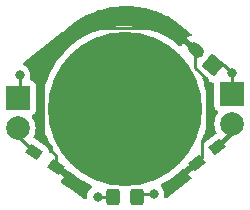
<source format=gbr>
%TF.GenerationSoftware,KiCad,Pcbnew,7.0.8*%
%TF.CreationDate,2023-11-03T07:12:53-06:00*%
%TF.ProjectId,Pinecil_LEDring,50696e65-6369-46c5-9f4c-454472696e67,rev?*%
%TF.SameCoordinates,Original*%
%TF.FileFunction,Copper,L2,Bot*%
%TF.FilePolarity,Positive*%
%FSLAX46Y46*%
G04 Gerber Fmt 4.6, Leading zero omitted, Abs format (unit mm)*
G04 Created by KiCad (PCBNEW 7.0.8) date 2023-11-03 07:12:53*
%MOMM*%
%LPD*%
G01*
G04 APERTURE LIST*
G04 Aperture macros list*
%AMRoundRect*
0 Rectangle with rounded corners*
0 $1 Rounding radius*
0 $2 $3 $4 $5 $6 $7 $8 $9 X,Y pos of 4 corners*
0 Add a 4 corners polygon primitive as box body*
4,1,4,$2,$3,$4,$5,$6,$7,$8,$9,$2,$3,0*
0 Add four circle primitives for the rounded corners*
1,1,$1+$1,$2,$3*
1,1,$1+$1,$4,$5*
1,1,$1+$1,$6,$7*
1,1,$1+$1,$8,$9*
0 Add four rect primitives between the rounded corners*
20,1,$1+$1,$2,$3,$4,$5,0*
20,1,$1+$1,$4,$5,$6,$7,0*
20,1,$1+$1,$6,$7,$8,$9,0*
20,1,$1+$1,$8,$9,$2,$3,0*%
%AMHorizOval*
0 Thick line with rounded ends*
0 $1 width*
0 $2 $3 position (X,Y) of the first rounded end (center of the circle)*
0 $4 $5 position (X,Y) of the second rounded end (center of the circle)*
0 Add line between two ends*
20,1,$1,$2,$3,$4,$5,0*
0 Add two circle primitives to create the rounded ends*
1,1,$1,$2,$3*
1,1,$1,$4,$5*%
%AMRotRect*
0 Rectangle, with rotation*
0 The origin of the aperture is its center*
0 $1 length*
0 $2 width*
0 $3 Rotation angle, in degrees counterclockwise*
0 Add horizontal line*
21,1,$1,$2,0,0,$3*%
G04 Aperture macros list end*
%TA.AperFunction,ComponentPad*%
%ADD10R,2.000000X2.000000*%
%TD*%
%TA.AperFunction,ComponentPad*%
%ADD11C,2.000000*%
%TD*%
%TA.AperFunction,ComponentPad*%
%ADD12C,13.060000*%
%TD*%
%TA.AperFunction,ComponentPad*%
%ADD13RotRect,1.400000X1.400000X230.000000*%
%TD*%
%TA.AperFunction,ComponentPad*%
%ADD14HorizOval,1.000000X-0.191511X0.160697X0.191511X-0.160697X0*%
%TD*%
%TA.AperFunction,SMDPad,CuDef*%
%ADD15RotRect,1.200000X0.900000X38.000000*%
%TD*%
%TA.AperFunction,SMDPad,CuDef*%
%ADD16RoundRect,0.250000X0.325000X0.450000X-0.325000X0.450000X-0.325000X-0.450000X0.325000X-0.450000X0*%
%TD*%
%TA.AperFunction,SMDPad,CuDef*%
%ADD17RotRect,1.200000X0.900000X146.000000*%
%TD*%
%TA.AperFunction,ViaPad*%
%ADD18C,0.800000*%
%TD*%
%TA.AperFunction,Conductor*%
%ADD19C,0.250000*%
%TD*%
%TA.AperFunction,Conductor*%
%ADD20C,0.400000*%
%TD*%
G04 APERTURE END LIST*
D10*
%TO.P,D1,1,K*%
%TO.N,GND*%
X155058300Y-95758000D03*
D11*
%TO.P,D1,2,A*%
%TO.N,Net-(D1-Pad2)*%
X155058300Y-98298000D03*
%TD*%
D12*
%TO.P,Pinecil LED Ring,Hole*%
%TO.N,N/C*%
X145975168Y-97042345D03*
%TD*%
D10*
%TO.P,D2,1,K*%
%TO.N,GND*%
X136897600Y-96113600D03*
D11*
%TO.P,D2,2,A*%
%TO.N,Net-(D2-Pad2)*%
X136897600Y-98653600D03*
%TD*%
D13*
%TO.P,REF\u002A\u002A,1*%
%TO.N,GND*%
X153402716Y-93331603D03*
D14*
%TO.P,REF\u002A\u002A,2*%
%TO.N,+5V*%
X151953467Y-92016067D03*
%TD*%
D15*
%TO.P,R1,1*%
%TO.N,+5V*%
X152041188Y-101642228D03*
%TO.P,R1,2*%
%TO.N,Net-(D1-Pad2)*%
X153774812Y-100287772D03*
%TD*%
D16*
%TO.P,D4,1,K*%
%TO.N,GND*%
X147005000Y-104460000D03*
%TO.P,D4,2,A*%
%TO.N,Net-(D4-Pad2)*%
X144955000Y-104460000D03*
%TD*%
D17*
%TO.P,R2,1*%
%TO.N,+5V*%
X140103941Y-101910312D03*
%TO.P,R2,2*%
%TO.N,Net-(D2-Pad2)*%
X138280059Y-100680088D03*
%TD*%
D18*
%TO.N,GND*%
X148400000Y-104260000D03*
X137050000Y-94150000D03*
X155000000Y-94000000D03*
%TO.N,+5V*%
X139040000Y-99540000D03*
%TO.N,Net-(D4-Pad2)*%
X143650000Y-104450000D03*
%TD*%
D19*
%TO.N,GND*%
X137050000Y-94150000D02*
X137050000Y-95961200D01*
X154331603Y-93331603D02*
X155000000Y-94000000D01*
X147205000Y-104260000D02*
X147005000Y-104460000D01*
X155000000Y-94000000D02*
X155000000Y-95699700D01*
X155000000Y-95699700D02*
X155058300Y-95758000D01*
X148400000Y-104260000D02*
X147205000Y-104260000D01*
X137050000Y-95961200D02*
X136897600Y-96113600D01*
X153402716Y-93331603D02*
X154331603Y-93331603D01*
D20*
%TO.N,Net-(D1-Pad2)*%
X153774812Y-100287772D02*
X155058300Y-99004284D01*
D19*
X155058300Y-99004284D02*
X155058300Y-98298000D01*
%TO.N,Net-(D2-Pad2)*%
X136897600Y-99297629D02*
X136897600Y-98653600D01*
X138280059Y-100680088D02*
X136897600Y-99297629D01*
%TO.N,+5V*%
X139700000Y-100558600D02*
X139700000Y-100200000D01*
X139700000Y-100200000D02*
X139040000Y-99540000D01*
X139040000Y-93598600D02*
X139040000Y-99540000D01*
X152470000Y-99900000D02*
X152470000Y-101210000D01*
X151920813Y-92054982D02*
X151920813Y-93520813D01*
X152930000Y-99440000D02*
X152470000Y-99900000D01*
X140103941Y-100962541D02*
X139700000Y-100558600D01*
X152930000Y-94530000D02*
X152930000Y-99440000D01*
X150008176Y-90142345D02*
X142496255Y-90142345D01*
X142496255Y-90142345D02*
X139040000Y-93598600D01*
X140103941Y-101910312D02*
X140103941Y-100962541D01*
X151920813Y-93520813D02*
X152930000Y-94530000D01*
X151920813Y-92054982D02*
X150008176Y-90142345D01*
X140103941Y-101910312D02*
X141271815Y-103078185D01*
%TO.N,Net-(D4-Pad2)*%
X144945000Y-104450000D02*
X144955000Y-104460000D01*
X143650000Y-104450000D02*
X144945000Y-104450000D01*
%TD*%
%TA.AperFunction,Conductor*%
%TO.N,+5V*%
G36*
X140139858Y-101628159D02*
G01*
X141164550Y-102319321D01*
X141188676Y-102314631D01*
X141195839Y-102308698D01*
X141266320Y-102300155D01*
X141327813Y-102328939D01*
X141483005Y-102462492D01*
X141583659Y-102549112D01*
X142007466Y-102861897D01*
X142453447Y-103142125D01*
X142453448Y-103142126D01*
X142453451Y-103142128D01*
X142453455Y-103142130D01*
X142488018Y-103160397D01*
X142919143Y-103388254D01*
X142919143Y-103388253D01*
X143121367Y-103476482D01*
X143175805Y-103522056D01*
X143196963Y-103589827D01*
X143178122Y-103658278D01*
X143145043Y-103693905D01*
X143038742Y-103771137D01*
X142910965Y-103913048D01*
X142910958Y-103913058D01*
X142815476Y-104078438D01*
X142815473Y-104078445D01*
X142756457Y-104260072D01*
X142736496Y-104450000D01*
X142741735Y-104499850D01*
X142728962Y-104569688D01*
X142680460Y-104621534D01*
X142611627Y-104638928D01*
X142545702Y-104617299D01*
X141507300Y-103913048D01*
X140582274Y-103285689D01*
X140537124Y-103230900D01*
X140528762Y-103160397D01*
X140559845Y-103096566D01*
X140579748Y-103078890D01*
X140704478Y-102989771D01*
X140704481Y-102989768D01*
X140743710Y-102943243D01*
X140880479Y-102740473D01*
X139855789Y-102049311D01*
X139810499Y-101994636D01*
X139801959Y-101924155D01*
X139821788Y-101874394D01*
X139964941Y-101662160D01*
X140019616Y-101616870D01*
X140090097Y-101608330D01*
X140139858Y-101628159D01*
G37*
%TD.AperFunction*%
%TA.AperFunction,Conductor*%
G36*
X152121340Y-101350747D02*
G01*
X152162537Y-101384982D01*
X152320148Y-101586714D01*
X152346326Y-101652709D01*
X152332669Y-101722379D01*
X152298432Y-101763577D01*
X151324450Y-102524534D01*
X151324450Y-102524535D01*
X151475030Y-102717269D01*
X151475043Y-102717284D01*
X151517408Y-102760945D01*
X151552668Y-102782591D01*
X151600258Y-102835277D01*
X151611809Y-102905327D01*
X151583654Y-102970503D01*
X151563109Y-102990196D01*
X149494937Y-104565947D01*
X149428630Y-104591321D01*
X149359130Y-104576819D01*
X149308504Y-104527044D01*
X149292825Y-104457800D01*
X149293266Y-104452553D01*
X149293542Y-104449928D01*
X149313504Y-104260000D01*
X149293542Y-104070072D01*
X149234527Y-103888444D01*
X149139040Y-103723056D01*
X149139038Y-103723054D01*
X149139034Y-103723048D01*
X149008200Y-103577742D01*
X148977482Y-103513735D01*
X148986247Y-103443281D01*
X149031710Y-103388750D01*
X149042937Y-103382046D01*
X149496880Y-103142130D01*
X149496883Y-103142128D01*
X149496887Y-103142126D01*
X149496888Y-103142125D01*
X149942870Y-102861897D01*
X150366677Y-102549112D01*
X150487584Y-102445062D01*
X150765914Y-102205541D01*
X150838855Y-102132599D01*
X150901165Y-102098576D01*
X150971981Y-102103640D01*
X150997739Y-102122511D01*
X151011693Y-102124224D01*
X151985675Y-101363267D01*
X152051669Y-101337089D01*
X152121340Y-101350747D01*
G37*
%TD.AperFunction*%
%TA.AperFunction,Conductor*%
G36*
X146380299Y-88326524D02*
G01*
X146643424Y-88343336D01*
X146923397Y-88370156D01*
X147184569Y-88406218D01*
X147460642Y-88452349D01*
X147463348Y-88452865D01*
X147719819Y-88507693D01*
X147991864Y-88573010D01*
X147994768Y-88573782D01*
X148246414Y-88647238D01*
X148513151Y-88731418D01*
X148516215Y-88732474D01*
X148586258Y-88758631D01*
X148761560Y-88824099D01*
X149021785Y-88926759D01*
X149024936Y-88928103D01*
X149262676Y-89037372D01*
X149443587Y-89123833D01*
X149515142Y-89158031D01*
X149518414Y-89159714D01*
X149587703Y-89197947D01*
X149747062Y-89285880D01*
X149990730Y-89424069D01*
X149994024Y-89426074D01*
X150212173Y-89568258D01*
X150228494Y-89579090D01*
X150446034Y-89723476D01*
X150449375Y-89725852D01*
X150655222Y-89882672D01*
X150878780Y-90054757D01*
X150882103Y-90057501D01*
X151069522Y-90223353D01*
X151280652Y-90410814D01*
X151283891Y-90414019D01*
X151286273Y-90416023D01*
X151302177Y-90431178D01*
X151309127Y-90433037D01*
X151318677Y-90439468D01*
X151381133Y-90485806D01*
X151596422Y-90645537D01*
X151639211Y-90702190D01*
X151644579Y-90772983D01*
X151610821Y-90835441D01*
X151548655Y-90869732D01*
X151544577Y-90870567D01*
X151478523Y-90882958D01*
X151478520Y-90882959D01*
X151294265Y-90956935D01*
X151294257Y-90956939D01*
X151177328Y-91033235D01*
X151879868Y-91622737D01*
X151828319Y-91630902D01*
X151715422Y-91688426D01*
X151625826Y-91778022D01*
X151568302Y-91890919D01*
X151549634Y-92008785D01*
X150850792Y-91422387D01*
X150795960Y-91550785D01*
X150795956Y-91550800D01*
X150776764Y-91642071D01*
X150743173Y-91704618D01*
X150681098Y-91739075D01*
X150610249Y-91734501D01*
X150571273Y-91711647D01*
X150366677Y-91535578D01*
X149942870Y-91222793D01*
X149496889Y-90942565D01*
X149496888Y-90942564D01*
X149496884Y-90942561D01*
X149496881Y-90942560D01*
X149176026Y-90772983D01*
X149031193Y-90696436D01*
X148665614Y-90536937D01*
X148548420Y-90485806D01*
X148341176Y-90413288D01*
X148051258Y-90311841D01*
X148051257Y-90311841D01*
X148051254Y-90311840D01*
X147821057Y-90250158D01*
X147820953Y-90250095D01*
X147820660Y-90250052D01*
X147819952Y-90249862D01*
X147818322Y-90249419D01*
X147818312Y-90249416D01*
X147818122Y-90249372D01*
X147741377Y-90228808D01*
X147542488Y-90175515D01*
X147542487Y-90175515D01*
X147542481Y-90175514D01*
X147542478Y-90175513D01*
X147299914Y-90129617D01*
X147299344Y-90129486D01*
X147299321Y-90129482D01*
X147299293Y-90129476D01*
X147298637Y-90129375D01*
X147161916Y-90103506D01*
X147024941Y-90077589D01*
X146905215Y-90064099D01*
X146773560Y-90049265D01*
X146772689Y-90049133D01*
X146772686Y-90049132D01*
X146772668Y-90049130D01*
X146771737Y-90049060D01*
X146501527Y-90018615D01*
X146242598Y-90008926D01*
X146241526Y-90008845D01*
X146241517Y-90008845D01*
X146240417Y-90008845D01*
X145975168Y-89998920D01*
X145448809Y-90018615D01*
X144925408Y-90077588D01*
X144925406Y-90077588D01*
X144925400Y-90077589D01*
X144407858Y-90175513D01*
X144407856Y-90175513D01*
X144407848Y-90175515D01*
X143899444Y-90311743D01*
X143899082Y-90311840D01*
X143401916Y-90485806D01*
X143284722Y-90536937D01*
X142919143Y-90696436D01*
X142774310Y-90772983D01*
X142453455Y-90942560D01*
X142453451Y-90942561D01*
X142453448Y-90942564D01*
X142453447Y-90942565D01*
X142007466Y-91222793D01*
X142007465Y-91222794D01*
X141583664Y-91535574D01*
X141184422Y-91879149D01*
X140811972Y-92251599D01*
X140732706Y-92343708D01*
X140468401Y-92650836D01*
X140155616Y-93074643D01*
X139875388Y-93520625D01*
X139875387Y-93520626D01*
X139629262Y-93986314D01*
X139629261Y-93986317D01*
X139437326Y-94426240D01*
X139418628Y-94469096D01*
X139244663Y-94966259D01*
X139108338Y-95475025D01*
X139108336Y-95475033D01*
X139108336Y-95475035D01*
X139010412Y-95992577D01*
X139010411Y-95992583D01*
X139010411Y-95992585D01*
X138951438Y-96515986D01*
X138931743Y-97042345D01*
X138951438Y-97568704D01*
X138973464Y-97764191D01*
X139010412Y-98092113D01*
X139028178Y-98186007D01*
X139108338Y-98609665D01*
X139241419Y-99106324D01*
X139244663Y-99118431D01*
X139418629Y-99615597D01*
X139503953Y-99811163D01*
X139629262Y-100098376D01*
X139849460Y-100515009D01*
X139863607Y-100584582D01*
X139837894Y-100650758D01*
X139780485Y-100692528D01*
X139762102Y-100697570D01*
X139760228Y-100697934D01*
X139703622Y-100717626D01*
X139632712Y-100721116D01*
X139571171Y-100685715D01*
X139538539Y-100622662D01*
X139536377Y-100604828D01*
X139533408Y-100544513D01*
X139485365Y-100406408D01*
X139400359Y-100287434D01*
X139353791Y-100248169D01*
X139332303Y-100233675D01*
X138276341Y-99521420D01*
X138231051Y-99466745D01*
X138222511Y-99396264D01*
X138239365Y-99351128D01*
X138245840Y-99340563D01*
X138336705Y-99121194D01*
X138392135Y-98890311D01*
X138410765Y-98653600D01*
X138392135Y-98416889D01*
X138336705Y-98186006D01*
X138245840Y-97966637D01*
X138121776Y-97764184D01*
X138113276Y-97754231D01*
X138084245Y-97689445D01*
X138094849Y-97619245D01*
X138137346Y-97570900D01*
X138136590Y-97569890D01*
X138141400Y-97566288D01*
X138141723Y-97565922D01*
X138142506Y-97565460D01*
X138143802Y-97564489D01*
X138143804Y-97564489D01*
X138260861Y-97476861D01*
X138348489Y-97359804D01*
X138399589Y-97222801D01*
X138400396Y-97215301D01*
X138406099Y-97162249D01*
X138406100Y-97162232D01*
X138406100Y-95064967D01*
X138406099Y-95064950D01*
X138399590Y-95004403D01*
X138399588Y-95004395D01*
X138348489Y-94867397D01*
X138348487Y-94867392D01*
X138260861Y-94750338D01*
X138143807Y-94662712D01*
X138143802Y-94662710D01*
X138006801Y-94611610D01*
X137999192Y-94609812D01*
X137937499Y-94574676D01*
X137904596Y-94511764D01*
X137908344Y-94448254D01*
X137915398Y-94426547D01*
X137943542Y-94339928D01*
X137963504Y-94150000D01*
X137943542Y-93960072D01*
X137884527Y-93778444D01*
X137789040Y-93613056D01*
X137789038Y-93613054D01*
X137789034Y-93613048D01*
X137661255Y-93471135D01*
X137506752Y-93358882D01*
X137399276Y-93311031D01*
X137345180Y-93265051D01*
X137324531Y-93197124D01*
X137343883Y-93128815D01*
X137373166Y-93096467D01*
X140657666Y-90541856D01*
X140670147Y-90536937D01*
X140689186Y-90518013D01*
X140691524Y-90515991D01*
X140694893Y-90512526D01*
X140913185Y-90311083D01*
X141086532Y-90151652D01*
X141089727Y-90148909D01*
X141313681Y-89969573D01*
X141512795Y-89811756D01*
X141516041Y-89809351D01*
X141749174Y-89648089D01*
X141962303Y-89503277D01*
X141965550Y-89501216D01*
X142208135Y-89357420D01*
X142432739Y-89227805D01*
X142435926Y-89226087D01*
X142687242Y-89099999D01*
X142921690Y-88986748D01*
X142924749Y-88985372D01*
X143183898Y-88877345D01*
X143426597Y-88781363D01*
X143429562Y-88780278D01*
X143695379Y-88690745D01*
X143944935Y-88612673D01*
X143947782Y-88611859D01*
X144218986Y-88541215D01*
X144238047Y-88536755D01*
X144473970Y-88481566D01*
X144476646Y-88481003D01*
X144752106Y-88429523D01*
X145012246Y-88388504D01*
X145291851Y-88356294D01*
X145554469Y-88334448D01*
X145835538Y-88321897D01*
X146099129Y-88319370D01*
X146380299Y-88326524D01*
G37*
%TD.AperFunction*%
%TA.AperFunction,Conductor*%
G36*
X152704557Y-94331751D02*
G01*
X152739115Y-94352361D01*
X152890962Y-94479775D01*
X153107400Y-94661389D01*
X153199397Y-94738583D01*
X153249976Y-94772524D01*
X153387773Y-94821443D01*
X153430793Y-94823834D01*
X153497698Y-94847585D01*
X153541142Y-94903738D01*
X153549800Y-94949640D01*
X153549800Y-96806649D01*
X153556309Y-96867196D01*
X153556311Y-96867204D01*
X153607410Y-97004202D01*
X153607412Y-97004207D01*
X153695038Y-97121261D01*
X153819310Y-97214290D01*
X153817581Y-97216598D01*
X153857398Y-97256413D01*
X153872491Y-97325787D01*
X153847683Y-97392308D01*
X153842625Y-97398630D01*
X153834125Y-97408581D01*
X153834125Y-97408582D01*
X153710059Y-97611038D01*
X153619194Y-97830407D01*
X153563765Y-98061289D01*
X153545135Y-98298000D01*
X153563765Y-98534710D01*
X153619194Y-98765592D01*
X153710062Y-98984967D01*
X153712308Y-98989375D01*
X153710416Y-98990338D01*
X153726629Y-99050291D01*
X153705168Y-99117966D01*
X153678231Y-99146873D01*
X152673569Y-99931802D01*
X152647286Y-99957304D01*
X152584467Y-99990384D01*
X152513736Y-99984250D01*
X152457549Y-99940850D01*
X152433746Y-99873963D01*
X152444058Y-99816490D01*
X152531707Y-99615597D01*
X152705673Y-99118431D01*
X152708917Y-99106324D01*
X152841998Y-98609665D01*
X152922158Y-98186007D01*
X152939924Y-98092113D01*
X152976872Y-97764191D01*
X152998898Y-97568704D01*
X153018593Y-97042345D01*
X152998898Y-96515986D01*
X152939925Y-95992585D01*
X152939924Y-95992583D01*
X152939924Y-95992577D01*
X152842000Y-95475035D01*
X152841999Y-95475033D01*
X152841998Y-95475025D01*
X152705673Y-94966259D01*
X152664147Y-94847585D01*
X152539196Y-94490498D01*
X152535577Y-94419595D01*
X152570866Y-94357990D01*
X152633860Y-94325243D01*
X152704557Y-94331751D01*
G37*
%TD.AperFunction*%
%TD*%
M02*

</source>
